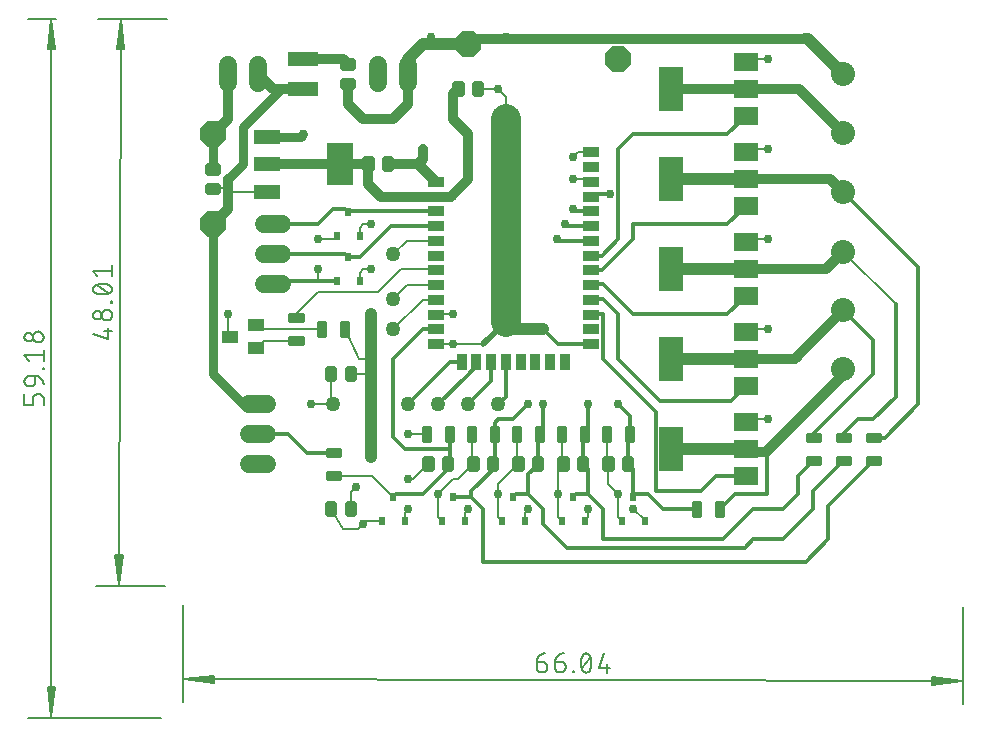
<source format=gbr>
G04 EAGLE Gerber RS-274X export*
G75*
%MOMM*%
%FSLAX34Y34*%
%LPD*%
%INTop Copper*%
%IPPOS*%
%AMOC8*
5,1,8,0,0,1.08239X$1,22.5*%
G01*
%ADD10C,0.130000*%
%ADD11C,0.152400*%
%ADD12R,1.448000X0.838000*%
%ADD13R,0.838000X1.448000*%
%ADD14P,2.336880X8X22.500000*%
%ADD15R,2.006600X1.498600*%
%ADD16R,2.006600X3.810000*%
%ADD17C,2.032000*%
%ADD18R,2.540000X1.270000*%
%ADD19C,1.508000*%
%ADD20C,0.443700*%
%ADD21C,0.504000*%
%ADD22R,1.400000X1.000000*%
%ADD23C,1.270000*%
%ADD24R,0.600000X0.700000*%
%ADD25P,2.336880X8X202.500000*%
%ADD26R,2.235200X1.219200*%
%ADD27R,2.200000X3.600000*%
%ADD28C,0.812800*%
%ADD29C,0.756400*%
%ADD30C,0.762000*%
%ADD31C,0.203200*%
%ADD32C,0.304800*%
%ADD33C,0.508000*%
%ADD34C,1.016000*%
%ADD35C,2.540000*%


D10*
X0Y96520D02*
X-158Y14172D01*
X660242Y12902D02*
X660400Y95250D01*
X659629Y32404D02*
X529Y33671D01*
X25885Y36815D01*
X25873Y30430D01*
X529Y33671D01*
X25882Y34922D01*
X25877Y32322D02*
X529Y33671D01*
X25884Y36222D01*
X25874Y31022D02*
X529Y33671D01*
X634285Y35645D02*
X659629Y32404D01*
X634285Y35645D02*
X634273Y29260D01*
X659629Y32404D01*
X634282Y33752D01*
X634277Y31152D02*
X659629Y32404D01*
X634284Y35052D01*
X634274Y29852D02*
X659629Y32404D01*
D11*
X304467Y48626D02*
X299049Y48635D01*
X304467Y48625D02*
X304585Y48623D01*
X304704Y48617D01*
X304821Y48607D01*
X304939Y48593D01*
X305056Y48576D01*
X305172Y48554D01*
X305287Y48529D01*
X305402Y48500D01*
X305516Y48468D01*
X305628Y48431D01*
X305739Y48391D01*
X305849Y48348D01*
X305957Y48300D01*
X306064Y48250D01*
X306169Y48196D01*
X306272Y48138D01*
X306374Y48077D01*
X306473Y48013D01*
X306570Y47945D01*
X306665Y47875D01*
X306757Y47801D01*
X306847Y47724D01*
X306935Y47645D01*
X307020Y47563D01*
X307102Y47478D01*
X307181Y47390D01*
X307257Y47300D01*
X307330Y47207D01*
X307401Y47112D01*
X307468Y47014D01*
X307532Y46915D01*
X307592Y46814D01*
X307649Y46710D01*
X307703Y46605D01*
X307754Y46498D01*
X307800Y46389D01*
X307844Y46279D01*
X307883Y46168D01*
X307919Y46055D01*
X307952Y45942D01*
X307980Y45827D01*
X308005Y45712D01*
X308026Y45595D01*
X308043Y45478D01*
X308056Y45361D01*
X308066Y45243D01*
X308071Y45125D01*
X308073Y45007D01*
X308072Y44104D01*
X308070Y43970D01*
X308064Y43837D01*
X308053Y43703D01*
X308039Y43570D01*
X308021Y43437D01*
X307999Y43305D01*
X307974Y43174D01*
X307944Y43044D01*
X307910Y42914D01*
X307873Y42785D01*
X307832Y42658D01*
X307787Y42532D01*
X307738Y42407D01*
X307686Y42284D01*
X307630Y42163D01*
X307570Y42043D01*
X307507Y41925D01*
X307440Y41809D01*
X307370Y41695D01*
X307297Y41583D01*
X307221Y41473D01*
X307141Y41365D01*
X307058Y41260D01*
X306972Y41158D01*
X306883Y41058D01*
X306791Y40961D01*
X306696Y40866D01*
X306598Y40775D01*
X306498Y40686D01*
X306395Y40600D01*
X306290Y40518D01*
X306182Y40438D01*
X306072Y40362D01*
X305960Y40289D01*
X305846Y40220D01*
X305729Y40153D01*
X305611Y40091D01*
X305491Y40032D01*
X305369Y39976D01*
X305246Y39924D01*
X305121Y39876D01*
X304995Y39831D01*
X304867Y39791D01*
X304739Y39754D01*
X304609Y39720D01*
X304478Y39691D01*
X304347Y39666D01*
X304215Y39644D01*
X304082Y39627D01*
X303949Y39613D01*
X303816Y39603D01*
X303682Y39598D01*
X303548Y39596D01*
X303414Y39598D01*
X303281Y39604D01*
X303147Y39615D01*
X303014Y39629D01*
X302881Y39647D01*
X302749Y39669D01*
X302618Y39694D01*
X302488Y39724D01*
X302358Y39758D01*
X302230Y39795D01*
X302102Y39836D01*
X301976Y39881D01*
X301851Y39930D01*
X301728Y39982D01*
X301607Y40038D01*
X301487Y40098D01*
X301369Y40161D01*
X301253Y40228D01*
X301139Y40297D01*
X301027Y40371D01*
X300917Y40447D01*
X300809Y40527D01*
X300704Y40610D01*
X300602Y40696D01*
X300502Y40785D01*
X300405Y40877D01*
X300310Y40972D01*
X300219Y41070D01*
X300130Y41170D01*
X300044Y41273D01*
X299962Y41378D01*
X299882Y41486D01*
X299806Y41596D01*
X299733Y41708D01*
X299664Y41822D01*
X299597Y41939D01*
X299535Y42057D01*
X299476Y42177D01*
X299420Y42299D01*
X299368Y42422D01*
X299320Y42547D01*
X299275Y42673D01*
X299235Y42801D01*
X299198Y42929D01*
X299165Y43059D01*
X299135Y43189D01*
X299110Y43321D01*
X299088Y43453D01*
X299071Y43586D01*
X299057Y43719D01*
X299047Y43852D01*
X299042Y43986D01*
X299040Y44120D01*
X299041Y44120D02*
X299049Y48635D01*
X299048Y48636D02*
X299050Y48810D01*
X299057Y48985D01*
X299068Y49159D01*
X299083Y49333D01*
X299102Y49506D01*
X299126Y49679D01*
X299153Y49852D01*
X299185Y50023D01*
X299221Y50194D01*
X299261Y50364D01*
X299305Y50533D01*
X299353Y50701D01*
X299406Y50868D01*
X299462Y51033D01*
X299522Y51197D01*
X299586Y51359D01*
X299654Y51520D01*
X299726Y51679D01*
X299802Y51836D01*
X299881Y51992D01*
X299965Y52145D01*
X300052Y52297D01*
X300142Y52446D01*
X300236Y52593D01*
X300334Y52738D01*
X300435Y52880D01*
X300540Y53020D01*
X300648Y53157D01*
X300759Y53292D01*
X300873Y53423D01*
X300991Y53553D01*
X301112Y53679D01*
X301235Y53802D01*
X301362Y53922D01*
X301491Y54039D01*
X301624Y54153D01*
X301759Y54264D01*
X301896Y54371D01*
X302036Y54476D01*
X302179Y54576D01*
X302324Y54673D01*
X302472Y54767D01*
X302621Y54857D01*
X302773Y54944D01*
X302927Y55026D01*
X303082Y55105D01*
X303240Y55180D01*
X303399Y55252D01*
X303560Y55319D01*
X303723Y55383D01*
X303887Y55443D01*
X304052Y55498D01*
X304219Y55550D01*
X304387Y55598D01*
X304556Y55641D01*
X304726Y55680D01*
X304897Y55716D01*
X305069Y55747D01*
X305242Y55774D01*
X305415Y55797D01*
X305588Y55815D01*
X305762Y55830D01*
X305937Y55840D01*
X306111Y55846D01*
X306286Y55848D01*
X314680Y48608D02*
X320098Y48598D01*
X320216Y48596D01*
X320335Y48590D01*
X320452Y48580D01*
X320570Y48566D01*
X320687Y48549D01*
X320803Y48527D01*
X320918Y48502D01*
X321033Y48473D01*
X321147Y48441D01*
X321259Y48404D01*
X321370Y48364D01*
X321480Y48321D01*
X321588Y48273D01*
X321695Y48223D01*
X321800Y48169D01*
X321903Y48111D01*
X322005Y48050D01*
X322104Y47986D01*
X322201Y47918D01*
X322296Y47848D01*
X322388Y47774D01*
X322478Y47697D01*
X322566Y47618D01*
X322651Y47536D01*
X322733Y47451D01*
X322812Y47363D01*
X322888Y47273D01*
X322961Y47180D01*
X323032Y47085D01*
X323099Y46987D01*
X323163Y46888D01*
X323223Y46787D01*
X323280Y46683D01*
X323334Y46578D01*
X323385Y46471D01*
X323431Y46362D01*
X323475Y46252D01*
X323514Y46141D01*
X323550Y46028D01*
X323583Y45915D01*
X323611Y45800D01*
X323636Y45685D01*
X323657Y45568D01*
X323674Y45451D01*
X323687Y45334D01*
X323697Y45216D01*
X323702Y45098D01*
X323704Y44980D01*
X323703Y44077D01*
X323701Y43943D01*
X323695Y43810D01*
X323684Y43676D01*
X323670Y43543D01*
X323652Y43410D01*
X323630Y43278D01*
X323605Y43147D01*
X323575Y43017D01*
X323541Y42887D01*
X323504Y42758D01*
X323463Y42631D01*
X323418Y42505D01*
X323369Y42380D01*
X323317Y42257D01*
X323261Y42136D01*
X323201Y42016D01*
X323138Y41898D01*
X323071Y41782D01*
X323001Y41668D01*
X322928Y41556D01*
X322852Y41446D01*
X322772Y41338D01*
X322689Y41233D01*
X322603Y41131D01*
X322514Y41031D01*
X322422Y40934D01*
X322327Y40839D01*
X322229Y40748D01*
X322129Y40659D01*
X322026Y40573D01*
X321921Y40491D01*
X321813Y40411D01*
X321703Y40335D01*
X321591Y40262D01*
X321477Y40193D01*
X321360Y40126D01*
X321242Y40064D01*
X321122Y40005D01*
X321000Y39949D01*
X320877Y39897D01*
X320752Y39849D01*
X320626Y39804D01*
X320498Y39764D01*
X320370Y39727D01*
X320240Y39693D01*
X320109Y39664D01*
X319978Y39639D01*
X319846Y39617D01*
X319713Y39600D01*
X319580Y39586D01*
X319447Y39576D01*
X319313Y39571D01*
X319179Y39569D01*
X319045Y39571D01*
X318912Y39577D01*
X318778Y39588D01*
X318645Y39602D01*
X318512Y39620D01*
X318380Y39642D01*
X318249Y39667D01*
X318119Y39697D01*
X317989Y39731D01*
X317861Y39768D01*
X317733Y39809D01*
X317607Y39854D01*
X317482Y39903D01*
X317359Y39955D01*
X317238Y40011D01*
X317118Y40071D01*
X317000Y40134D01*
X316884Y40201D01*
X316770Y40270D01*
X316658Y40344D01*
X316548Y40420D01*
X316440Y40500D01*
X316335Y40583D01*
X316233Y40669D01*
X316133Y40758D01*
X316036Y40850D01*
X315941Y40945D01*
X315850Y41043D01*
X315761Y41143D01*
X315675Y41246D01*
X315593Y41351D01*
X315513Y41459D01*
X315437Y41569D01*
X315364Y41681D01*
X315295Y41795D01*
X315228Y41912D01*
X315166Y42030D01*
X315107Y42150D01*
X315051Y42272D01*
X314999Y42395D01*
X314951Y42520D01*
X314906Y42646D01*
X314866Y42774D01*
X314829Y42902D01*
X314796Y43032D01*
X314766Y43162D01*
X314741Y43294D01*
X314719Y43426D01*
X314702Y43559D01*
X314688Y43692D01*
X314678Y43825D01*
X314673Y43959D01*
X314671Y44093D01*
X314672Y44092D02*
X314680Y48608D01*
X314682Y48782D01*
X314689Y48957D01*
X314700Y49131D01*
X314715Y49305D01*
X314734Y49478D01*
X314758Y49651D01*
X314785Y49824D01*
X314817Y49995D01*
X314853Y50166D01*
X314893Y50336D01*
X314937Y50505D01*
X314985Y50673D01*
X315038Y50840D01*
X315094Y51005D01*
X315154Y51169D01*
X315218Y51331D01*
X315286Y51492D01*
X315358Y51651D01*
X315434Y51808D01*
X315513Y51964D01*
X315597Y52117D01*
X315684Y52269D01*
X315774Y52418D01*
X315868Y52565D01*
X315966Y52710D01*
X316067Y52852D01*
X316172Y52992D01*
X316280Y53129D01*
X316391Y53264D01*
X316505Y53395D01*
X316623Y53525D01*
X316744Y53651D01*
X316867Y53774D01*
X316994Y53894D01*
X317123Y54011D01*
X317256Y54125D01*
X317391Y54236D01*
X317528Y54343D01*
X317668Y54448D01*
X317811Y54548D01*
X317956Y54645D01*
X318104Y54739D01*
X318253Y54829D01*
X318405Y54916D01*
X318559Y54998D01*
X318714Y55077D01*
X318872Y55152D01*
X319031Y55224D01*
X319192Y55291D01*
X319355Y55355D01*
X319519Y55415D01*
X319684Y55470D01*
X319851Y55522D01*
X320019Y55570D01*
X320188Y55613D01*
X320358Y55652D01*
X320529Y55688D01*
X320701Y55719D01*
X320874Y55746D01*
X321047Y55769D01*
X321220Y55787D01*
X321394Y55802D01*
X321569Y55812D01*
X321743Y55818D01*
X321918Y55820D01*
X329671Y40454D02*
X329670Y39551D01*
X329671Y40454D02*
X330574Y40452D01*
X330573Y39549D01*
X329670Y39551D01*
X336562Y47666D02*
X336566Y47986D01*
X336578Y48306D01*
X336598Y48625D01*
X336625Y48943D01*
X336660Y49261D01*
X336703Y49578D01*
X336753Y49894D01*
X336810Y50209D01*
X336875Y50522D01*
X336947Y50833D01*
X337027Y51143D01*
X337115Y51451D01*
X337209Y51756D01*
X337311Y52059D01*
X337420Y52360D01*
X337536Y52658D01*
X337659Y52953D01*
X337790Y53245D01*
X337927Y53534D01*
X337926Y53534D02*
X337966Y53642D01*
X338009Y53749D01*
X338056Y53854D01*
X338106Y53958D01*
X338160Y54059D01*
X338217Y54159D01*
X338278Y54257D01*
X338342Y54353D01*
X338410Y54446D01*
X338480Y54537D01*
X338554Y54625D01*
X338630Y54711D01*
X338710Y54795D01*
X338792Y54875D01*
X338877Y54953D01*
X338965Y55027D01*
X339055Y55099D01*
X339148Y55167D01*
X339243Y55232D01*
X339340Y55294D01*
X339439Y55352D01*
X339540Y55407D01*
X339643Y55459D01*
X339748Y55507D01*
X339854Y55551D01*
X339962Y55592D01*
X340071Y55628D01*
X340181Y55661D01*
X340293Y55691D01*
X340405Y55716D01*
X340518Y55738D01*
X340632Y55755D01*
X340746Y55769D01*
X340861Y55778D01*
X340976Y55784D01*
X341091Y55786D01*
X341092Y55786D02*
X341207Y55784D01*
X341322Y55778D01*
X341437Y55768D01*
X341551Y55754D01*
X341664Y55736D01*
X341778Y55714D01*
X341890Y55688D01*
X342001Y55658D01*
X342111Y55625D01*
X342220Y55588D01*
X342328Y55547D01*
X342434Y55502D01*
X342538Y55454D01*
X342641Y55402D01*
X342742Y55347D01*
X342841Y55288D01*
X342938Y55226D01*
X343033Y55160D01*
X343125Y55092D01*
X343215Y55020D01*
X343302Y54945D01*
X343387Y54867D01*
X343469Y54786D01*
X343549Y54703D01*
X343625Y54617D01*
X343698Y54528D01*
X343768Y54437D01*
X343835Y54343D01*
X343899Y54247D01*
X343960Y54149D01*
X344017Y54049D01*
X344070Y53947D01*
X344120Y53844D01*
X344167Y53738D01*
X344209Y53631D01*
X344248Y53523D01*
X344249Y53523D02*
X344385Y53234D01*
X344514Y52941D01*
X344636Y52646D01*
X344751Y52348D01*
X344859Y52047D01*
X344960Y51743D01*
X345054Y51437D01*
X345140Y51129D01*
X345219Y50819D01*
X345290Y50508D01*
X345354Y50194D01*
X345410Y49879D01*
X345459Y49563D01*
X345500Y49246D01*
X345534Y48928D01*
X345560Y48609D01*
X345579Y48290D01*
X345590Y47971D01*
X345593Y47651D01*
X336562Y47667D02*
X336565Y47347D01*
X336576Y47027D01*
X336595Y46708D01*
X336621Y46389D01*
X336655Y46071D01*
X336696Y45754D01*
X336745Y45438D01*
X336801Y45123D01*
X336865Y44810D01*
X336936Y44498D01*
X337015Y44188D01*
X337101Y43880D01*
X337195Y43574D01*
X337296Y43271D01*
X337404Y42970D01*
X337519Y42671D01*
X337641Y42376D01*
X337770Y42083D01*
X337906Y41794D01*
X337907Y41794D02*
X337946Y41686D01*
X337988Y41579D01*
X338035Y41473D01*
X338085Y41370D01*
X338138Y41268D01*
X338195Y41168D01*
X338256Y41070D01*
X338320Y40974D01*
X338387Y40880D01*
X338457Y40789D01*
X338530Y40700D01*
X338606Y40614D01*
X338686Y40531D01*
X338768Y40450D01*
X338853Y40372D01*
X338940Y40297D01*
X339030Y40225D01*
X339122Y40157D01*
X339217Y40091D01*
X339314Y40029D01*
X339413Y39970D01*
X339514Y39915D01*
X339617Y39863D01*
X339721Y39815D01*
X339827Y39770D01*
X339935Y39729D01*
X340044Y39692D01*
X340154Y39659D01*
X340265Y39629D01*
X340377Y39603D01*
X340491Y39581D01*
X340604Y39563D01*
X340718Y39549D01*
X340833Y39539D01*
X340948Y39533D01*
X341063Y39531D01*
X344227Y41783D02*
X344364Y42072D01*
X344495Y42364D01*
X344618Y42659D01*
X344734Y42957D01*
X344843Y43258D01*
X344945Y43561D01*
X345039Y43866D01*
X345127Y44174D01*
X345207Y44484D01*
X345279Y44795D01*
X345344Y45108D01*
X345401Y45423D01*
X345451Y45739D01*
X345494Y46056D01*
X345529Y46374D01*
X345556Y46692D01*
X345576Y47011D01*
X345588Y47331D01*
X345592Y47651D01*
X344228Y41783D02*
X344188Y41675D01*
X344145Y41568D01*
X344098Y41463D01*
X344048Y41359D01*
X343994Y41258D01*
X343937Y41158D01*
X343876Y41060D01*
X343812Y40964D01*
X343744Y40871D01*
X343674Y40780D01*
X343600Y40691D01*
X343524Y40606D01*
X343444Y40522D01*
X343362Y40442D01*
X343277Y40364D01*
X343189Y40290D01*
X343099Y40218D01*
X343006Y40150D01*
X342911Y40085D01*
X342814Y40023D01*
X342715Y39965D01*
X342614Y39910D01*
X342511Y39858D01*
X342406Y39810D01*
X342300Y39766D01*
X342192Y39725D01*
X342083Y39689D01*
X341973Y39656D01*
X341861Y39626D01*
X341749Y39601D01*
X341636Y39579D01*
X341522Y39562D01*
X341408Y39548D01*
X341293Y39539D01*
X341178Y39533D01*
X341063Y39531D01*
X337457Y43149D02*
X344698Y52168D01*
X355819Y55761D02*
X352185Y43124D01*
X361216Y43108D01*
X358513Y46725D02*
X358500Y39500D01*
D10*
X-15240Y113030D02*
X-73824Y113185D01*
X-72554Y593245D02*
X-13970Y593090D01*
X-53056Y592543D02*
X-54322Y113783D01*
X-57448Y139142D01*
X-51063Y139125D01*
X-54322Y113783D01*
X-55555Y139137D01*
X-52955Y139130D02*
X-54322Y113783D01*
X-56855Y139140D01*
X-51655Y139126D02*
X-54322Y113783D01*
X-56315Y567202D02*
X-53056Y592543D01*
X-56315Y567202D02*
X-49931Y567185D01*
X-53056Y592543D01*
X-54423Y567197D01*
X-51823Y567190D02*
X-53056Y592543D01*
X-55723Y567200D01*
X-50523Y567187D02*
X-53056Y592543D01*
D11*
X-76521Y325792D02*
X-63890Y322135D01*
X-63858Y331166D01*
X-60256Y328444D02*
X-67480Y328470D01*
X-64739Y337769D02*
X-64873Y337771D01*
X-65006Y337778D01*
X-65140Y337788D01*
X-65273Y337803D01*
X-65405Y337821D01*
X-65537Y337843D01*
X-65669Y337869D01*
X-65799Y337899D01*
X-65929Y337933D01*
X-66057Y337971D01*
X-66184Y338012D01*
X-66310Y338057D01*
X-66435Y338106D01*
X-66558Y338159D01*
X-66679Y338215D01*
X-66799Y338275D01*
X-66917Y338338D01*
X-67033Y338405D01*
X-67147Y338475D01*
X-67259Y338548D01*
X-67369Y338625D01*
X-67476Y338705D01*
X-67581Y338788D01*
X-67683Y338874D01*
X-67783Y338964D01*
X-67880Y339056D01*
X-67974Y339151D01*
X-68066Y339248D01*
X-68154Y339349D01*
X-68240Y339452D01*
X-68322Y339557D01*
X-68401Y339665D01*
X-68477Y339775D01*
X-68550Y339888D01*
X-68619Y340002D01*
X-68685Y340119D01*
X-68748Y340237D01*
X-68807Y340357D01*
X-68862Y340479D01*
X-68914Y340602D01*
X-68962Y340727D01*
X-69006Y340854D01*
X-69047Y340981D01*
X-69083Y341110D01*
X-69116Y341240D01*
X-69145Y341370D01*
X-69171Y341502D01*
X-69192Y341634D01*
X-69209Y341767D01*
X-69223Y341900D01*
X-69232Y342033D01*
X-69237Y342167D01*
X-69239Y342301D01*
X-69237Y342435D01*
X-69230Y342568D01*
X-69220Y342702D01*
X-69205Y342835D01*
X-69187Y342967D01*
X-69165Y343099D01*
X-69139Y343231D01*
X-69109Y343361D01*
X-69075Y343491D01*
X-69037Y343619D01*
X-68996Y343746D01*
X-68951Y343872D01*
X-68902Y343997D01*
X-68849Y344120D01*
X-68793Y344241D01*
X-68733Y344361D01*
X-68670Y344479D01*
X-68603Y344595D01*
X-68533Y344709D01*
X-68460Y344821D01*
X-68383Y344931D01*
X-68303Y345038D01*
X-68220Y345143D01*
X-68134Y345245D01*
X-68044Y345345D01*
X-67952Y345442D01*
X-67857Y345536D01*
X-67760Y345628D01*
X-67659Y345716D01*
X-67556Y345802D01*
X-67451Y345884D01*
X-67343Y345963D01*
X-67233Y346039D01*
X-67120Y346112D01*
X-67006Y346181D01*
X-66889Y346247D01*
X-66771Y346310D01*
X-66651Y346369D01*
X-66529Y346424D01*
X-66406Y346476D01*
X-66281Y346524D01*
X-66154Y346568D01*
X-66027Y346609D01*
X-65898Y346645D01*
X-65768Y346678D01*
X-65638Y346707D01*
X-65506Y346733D01*
X-65374Y346754D01*
X-65241Y346771D01*
X-65108Y346785D01*
X-64975Y346794D01*
X-64841Y346799D01*
X-64707Y346801D01*
X-64575Y346799D01*
X-64442Y346792D01*
X-64310Y346782D01*
X-64178Y346768D01*
X-64047Y346750D01*
X-63916Y346728D01*
X-63786Y346703D01*
X-63657Y346673D01*
X-63528Y346640D01*
X-63401Y346603D01*
X-63275Y346562D01*
X-63150Y346518D01*
X-63026Y346470D01*
X-62904Y346419D01*
X-62784Y346363D01*
X-62665Y346305D01*
X-62548Y346242D01*
X-62432Y346177D01*
X-62319Y346108D01*
X-62208Y346036D01*
X-62099Y345960D01*
X-61992Y345882D01*
X-61888Y345800D01*
X-61786Y345715D01*
X-61686Y345628D01*
X-61589Y345537D01*
X-61495Y345444D01*
X-61404Y345347D01*
X-61316Y345249D01*
X-61230Y345147D01*
X-61147Y345044D01*
X-61068Y344937D01*
X-60992Y344829D01*
X-60919Y344718D01*
X-60849Y344606D01*
X-60782Y344491D01*
X-60719Y344374D01*
X-60660Y344256D01*
X-60604Y344136D01*
X-60551Y344014D01*
X-60502Y343891D01*
X-60457Y343766D01*
X-60415Y343640D01*
X-60377Y343513D01*
X-60343Y343385D01*
X-60313Y343256D01*
X-60286Y343126D01*
X-60263Y342996D01*
X-60244Y342864D01*
X-60229Y342733D01*
X-60218Y342600D01*
X-60211Y342468D01*
X-60207Y342336D01*
X-60208Y342203D01*
X-60212Y342070D01*
X-60220Y341938D01*
X-60232Y341806D01*
X-60248Y341674D01*
X-60268Y341543D01*
X-60292Y341413D01*
X-60320Y341283D01*
X-60351Y341154D01*
X-60386Y341026D01*
X-60425Y340900D01*
X-60467Y340774D01*
X-60513Y340650D01*
X-60563Y340527D01*
X-60617Y340406D01*
X-60674Y340286D01*
X-60734Y340168D01*
X-60798Y340052D01*
X-60865Y339937D01*
X-60936Y339825D01*
X-61010Y339715D01*
X-61087Y339607D01*
X-61167Y339502D01*
X-61250Y339398D01*
X-61336Y339298D01*
X-61425Y339199D01*
X-61517Y339104D01*
X-61612Y339011D01*
X-61710Y338921D01*
X-61810Y338834D01*
X-61912Y338750D01*
X-62017Y338669D01*
X-62125Y338591D01*
X-62234Y338517D01*
X-62346Y338445D01*
X-62460Y338377D01*
X-62575Y338312D01*
X-62693Y338251D01*
X-62812Y338193D01*
X-62933Y338139D01*
X-63055Y338088D01*
X-63179Y338041D01*
X-63305Y337998D01*
X-63431Y337958D01*
X-63559Y337922D01*
X-63687Y337889D01*
X-63817Y337861D01*
X-63947Y337836D01*
X-64078Y337815D01*
X-64210Y337798D01*
X-64341Y337785D01*
X-64474Y337776D01*
X-64606Y337771D01*
X-64739Y337769D01*
X-72864Y338701D02*
X-72983Y338703D01*
X-73102Y338710D01*
X-73221Y338720D01*
X-73340Y338734D01*
X-73458Y338752D01*
X-73575Y338774D01*
X-73692Y338800D01*
X-73808Y338830D01*
X-73922Y338864D01*
X-74036Y338901D01*
X-74148Y338942D01*
X-74259Y338987D01*
X-74368Y339035D01*
X-74475Y339087D01*
X-74581Y339142D01*
X-74685Y339201D01*
X-74787Y339264D01*
X-74887Y339329D01*
X-74984Y339398D01*
X-75079Y339470D01*
X-75172Y339546D01*
X-75262Y339624D01*
X-75350Y339705D01*
X-75435Y339789D01*
X-75517Y339876D01*
X-75596Y339965D01*
X-75672Y340057D01*
X-75745Y340152D01*
X-75815Y340249D01*
X-75882Y340348D01*
X-75945Y340449D01*
X-76005Y340553D01*
X-76061Y340658D01*
X-76114Y340765D01*
X-76164Y340874D01*
X-76210Y340984D01*
X-76252Y341096D01*
X-76290Y341209D01*
X-76325Y341323D01*
X-76356Y341439D01*
X-76383Y341555D01*
X-76406Y341672D01*
X-76425Y341790D01*
X-76440Y341908D01*
X-76452Y342027D01*
X-76459Y342146D01*
X-76463Y342266D01*
X-76462Y342385D01*
X-76458Y342505D01*
X-76450Y342624D01*
X-76437Y342743D01*
X-76421Y342861D01*
X-76401Y342979D01*
X-76377Y343096D01*
X-76349Y343212D01*
X-76318Y343327D01*
X-76282Y343441D01*
X-76243Y343554D01*
X-76200Y343665D01*
X-76154Y343775D01*
X-76104Y343884D01*
X-76050Y343991D01*
X-75993Y344095D01*
X-75932Y344198D01*
X-75868Y344299D01*
X-75801Y344398D01*
X-75730Y344494D01*
X-75656Y344588D01*
X-75580Y344680D01*
X-75500Y344769D01*
X-75417Y344855D01*
X-75332Y344938D01*
X-75244Y345019D01*
X-75153Y345097D01*
X-75060Y345171D01*
X-74964Y345243D01*
X-74866Y345311D01*
X-74766Y345376D01*
X-74663Y345437D01*
X-74559Y345496D01*
X-74453Y345550D01*
X-74345Y345602D01*
X-74235Y345649D01*
X-74124Y345693D01*
X-74012Y345733D01*
X-73898Y345770D01*
X-73783Y345803D01*
X-73667Y345832D01*
X-73551Y345857D01*
X-73433Y345878D01*
X-73315Y345895D01*
X-73196Y345908D01*
X-73077Y345918D01*
X-72958Y345923D01*
X-72838Y345925D01*
X-72719Y345923D01*
X-72600Y345916D01*
X-72481Y345906D01*
X-72362Y345892D01*
X-72244Y345874D01*
X-72127Y345852D01*
X-72010Y345826D01*
X-71894Y345796D01*
X-71780Y345762D01*
X-71666Y345725D01*
X-71554Y345684D01*
X-71443Y345639D01*
X-71334Y345591D01*
X-71227Y345539D01*
X-71121Y345484D01*
X-71017Y345425D01*
X-70915Y345362D01*
X-70815Y345297D01*
X-70718Y345228D01*
X-70623Y345156D01*
X-70530Y345080D01*
X-70440Y345002D01*
X-70352Y344921D01*
X-70267Y344837D01*
X-70185Y344750D01*
X-70106Y344661D01*
X-70030Y344569D01*
X-69957Y344474D01*
X-69887Y344377D01*
X-69820Y344278D01*
X-69757Y344177D01*
X-69697Y344073D01*
X-69641Y343968D01*
X-69588Y343861D01*
X-69538Y343752D01*
X-69492Y343642D01*
X-69450Y343530D01*
X-69412Y343417D01*
X-69377Y343303D01*
X-69346Y343187D01*
X-69319Y343071D01*
X-69296Y342954D01*
X-69277Y342836D01*
X-69262Y342718D01*
X-69250Y342599D01*
X-69243Y342480D01*
X-69239Y342360D01*
X-69240Y342241D01*
X-69244Y342121D01*
X-69252Y342002D01*
X-69265Y341883D01*
X-69281Y341765D01*
X-69301Y341647D01*
X-69325Y341530D01*
X-69353Y341414D01*
X-69384Y341299D01*
X-69420Y341185D01*
X-69459Y341072D01*
X-69502Y340961D01*
X-69548Y340851D01*
X-69598Y340742D01*
X-69652Y340635D01*
X-69709Y340531D01*
X-69770Y340428D01*
X-69834Y340327D01*
X-69901Y340228D01*
X-69972Y340132D01*
X-70046Y340038D01*
X-70122Y339946D01*
X-70202Y339857D01*
X-70285Y339771D01*
X-70370Y339688D01*
X-70458Y339607D01*
X-70549Y339529D01*
X-70642Y339455D01*
X-70738Y339383D01*
X-70836Y339315D01*
X-70936Y339250D01*
X-71039Y339189D01*
X-71143Y339130D01*
X-71249Y339076D01*
X-71357Y339024D01*
X-71467Y338977D01*
X-71578Y338933D01*
X-71690Y338893D01*
X-71804Y338856D01*
X-71919Y338823D01*
X-72035Y338794D01*
X-72151Y338769D01*
X-72269Y338748D01*
X-72387Y338731D01*
X-72506Y338718D01*
X-72625Y338708D01*
X-72744Y338703D01*
X-72864Y338701D01*
X-61074Y352763D02*
X-60171Y352759D01*
X-61074Y352763D02*
X-61071Y353666D01*
X-60167Y353663D01*
X-60171Y352759D01*
X-68274Y359666D02*
X-68594Y359671D01*
X-68914Y359684D01*
X-69233Y359704D01*
X-69551Y359732D01*
X-69869Y359767D01*
X-70186Y359810D01*
X-70502Y359860D01*
X-70816Y359918D01*
X-71129Y359984D01*
X-71441Y360057D01*
X-71750Y360137D01*
X-72058Y360225D01*
X-72363Y360320D01*
X-72666Y360423D01*
X-72967Y360532D01*
X-73264Y360649D01*
X-73559Y360773D01*
X-73851Y360904D01*
X-74140Y361041D01*
X-74248Y361081D01*
X-74354Y361124D01*
X-74459Y361171D01*
X-74563Y361222D01*
X-74665Y361276D01*
X-74764Y361333D01*
X-74862Y361394D01*
X-74957Y361458D01*
X-75051Y361526D01*
X-75142Y361597D01*
X-75230Y361670D01*
X-75316Y361747D01*
X-75399Y361827D01*
X-75479Y361909D01*
X-75556Y361995D01*
X-75631Y362082D01*
X-75702Y362173D01*
X-75770Y362266D01*
X-75835Y362361D01*
X-75897Y362458D01*
X-75955Y362557D01*
X-76010Y362658D01*
X-76061Y362761D01*
X-76109Y362866D01*
X-76153Y362973D01*
X-76194Y363080D01*
X-76230Y363190D01*
X-76263Y363300D01*
X-76292Y363411D01*
X-76317Y363524D01*
X-76339Y363637D01*
X-76356Y363751D01*
X-76369Y363865D01*
X-76379Y363980D01*
X-76384Y364095D01*
X-76386Y364210D01*
X-76387Y364210D02*
X-76385Y364325D01*
X-76378Y364440D01*
X-76368Y364554D01*
X-76354Y364669D01*
X-76335Y364782D01*
X-76313Y364895D01*
X-76287Y365008D01*
X-76258Y365119D01*
X-76224Y365229D01*
X-76187Y365338D01*
X-76145Y365445D01*
X-76101Y365552D01*
X-76052Y365656D01*
X-76000Y365759D01*
X-75945Y365860D01*
X-75886Y365959D01*
X-75823Y366055D01*
X-75758Y366150D01*
X-75689Y366242D01*
X-75617Y366332D01*
X-75542Y366419D01*
X-75464Y366504D01*
X-75383Y366586D01*
X-75299Y366665D01*
X-75213Y366741D01*
X-75124Y366815D01*
X-75033Y366885D01*
X-74939Y366952D01*
X-74843Y367015D01*
X-74745Y367075D01*
X-74645Y367132D01*
X-74543Y367186D01*
X-74439Y367236D01*
X-74333Y367282D01*
X-74226Y367324D01*
X-74118Y367363D01*
X-73829Y367498D01*
X-73536Y367627D01*
X-73240Y367749D01*
X-72941Y367864D01*
X-72640Y367971D01*
X-72337Y368071D01*
X-72031Y368164D01*
X-71722Y368250D01*
X-71412Y368328D01*
X-71100Y368399D01*
X-70787Y368462D01*
X-70472Y368518D01*
X-70156Y368566D01*
X-69839Y368607D01*
X-69521Y368640D01*
X-69202Y368666D01*
X-68883Y368684D01*
X-68563Y368694D01*
X-68243Y368697D01*
X-68275Y359666D02*
X-67955Y359669D01*
X-67635Y359679D01*
X-67316Y359697D01*
X-66997Y359723D01*
X-66679Y359756D01*
X-66362Y359797D01*
X-66046Y359845D01*
X-65731Y359901D01*
X-65418Y359964D01*
X-65106Y360035D01*
X-64796Y360113D01*
X-64487Y360199D01*
X-64181Y360292D01*
X-63878Y360392D01*
X-63577Y360499D01*
X-63278Y360614D01*
X-62982Y360736D01*
X-62690Y360865D01*
X-62400Y361000D01*
X-62399Y360999D02*
X-62291Y361038D01*
X-62184Y361080D01*
X-62078Y361127D01*
X-61974Y361176D01*
X-61872Y361230D01*
X-61772Y361287D01*
X-61674Y361347D01*
X-61578Y361410D01*
X-61484Y361477D01*
X-61393Y361547D01*
X-61304Y361621D01*
X-61218Y361697D01*
X-61134Y361776D01*
X-61053Y361858D01*
X-60975Y361943D01*
X-60900Y362030D01*
X-60828Y362120D01*
X-60759Y362212D01*
X-60694Y362307D01*
X-60631Y362403D01*
X-60572Y362502D01*
X-60517Y362603D01*
X-60465Y362706D01*
X-60416Y362810D01*
X-60372Y362917D01*
X-60330Y363024D01*
X-60293Y363133D01*
X-60259Y363243D01*
X-60230Y363354D01*
X-60204Y363467D01*
X-60182Y363580D01*
X-60163Y363693D01*
X-60149Y363808D01*
X-60139Y363922D01*
X-60132Y364037D01*
X-60130Y364152D01*
X-62378Y367321D02*
X-62667Y367459D01*
X-62958Y367589D01*
X-63253Y367713D01*
X-63551Y367830D01*
X-63851Y367939D01*
X-64154Y368042D01*
X-64460Y368137D01*
X-64767Y368225D01*
X-65077Y368305D01*
X-65388Y368378D01*
X-65701Y368443D01*
X-66016Y368502D01*
X-66331Y368552D01*
X-66648Y368595D01*
X-66966Y368630D01*
X-67285Y368658D01*
X-67604Y368678D01*
X-67923Y368691D01*
X-68243Y368696D01*
X-62377Y367322D02*
X-62269Y367282D01*
X-62162Y367239D01*
X-62057Y367192D01*
X-61954Y367141D01*
X-61852Y367087D01*
X-61752Y367030D01*
X-61655Y366969D01*
X-61559Y366904D01*
X-61466Y366837D01*
X-61375Y366766D01*
X-61286Y366692D01*
X-61201Y366615D01*
X-61117Y366536D01*
X-61037Y366453D01*
X-60960Y366368D01*
X-60885Y366280D01*
X-60814Y366190D01*
X-60746Y366097D01*
X-60681Y366002D01*
X-60619Y365905D01*
X-60561Y365805D01*
X-60506Y365704D01*
X-60455Y365601D01*
X-60407Y365496D01*
X-60363Y365390D01*
X-60323Y365282D01*
X-60286Y365173D01*
X-60253Y365062D01*
X-60224Y364951D01*
X-60199Y364839D01*
X-60177Y364725D01*
X-60160Y364612D01*
X-60147Y364497D01*
X-60137Y364382D01*
X-60132Y364267D01*
X-60130Y364152D01*
X-63756Y360553D02*
X-72762Y367809D01*
X-72735Y375312D02*
X-76332Y379841D01*
X-60076Y379784D01*
X-60060Y384299D02*
X-60092Y375268D01*
D10*
X-19050Y1270D02*
X-131260Y1270D01*
X-131260Y593090D02*
X-107950Y593090D01*
X-111760Y592440D02*
X-111760Y1920D01*
X-114952Y27270D01*
X-108568Y27270D01*
X-111760Y1920D01*
X-113060Y27270D01*
X-110460Y27270D02*
X-111760Y1920D01*
X-114360Y27270D01*
X-109160Y27270D02*
X-111760Y1920D01*
X-114952Y567090D02*
X-111760Y592440D01*
X-114952Y567090D02*
X-108568Y567090D01*
X-111760Y592440D01*
X-113060Y567090D01*
X-110460Y567090D02*
X-111760Y592440D01*
X-114360Y567090D01*
X-109160Y567090D02*
X-111760Y592440D01*
D11*
X-118267Y271540D02*
X-118267Y266121D01*
X-118267Y271540D02*
X-118269Y271658D01*
X-118275Y271776D01*
X-118284Y271894D01*
X-118298Y272011D01*
X-118315Y272128D01*
X-118336Y272245D01*
X-118361Y272360D01*
X-118390Y272475D01*
X-118423Y272589D01*
X-118459Y272701D01*
X-118499Y272812D01*
X-118542Y272922D01*
X-118589Y273031D01*
X-118639Y273138D01*
X-118694Y273243D01*
X-118751Y273346D01*
X-118812Y273447D01*
X-118876Y273547D01*
X-118943Y273644D01*
X-119013Y273739D01*
X-119087Y273831D01*
X-119163Y273922D01*
X-119243Y274009D01*
X-119325Y274094D01*
X-119410Y274176D01*
X-119497Y274256D01*
X-119588Y274332D01*
X-119680Y274406D01*
X-119775Y274476D01*
X-119872Y274543D01*
X-119972Y274607D01*
X-120073Y274668D01*
X-120176Y274725D01*
X-120281Y274780D01*
X-120388Y274830D01*
X-120497Y274877D01*
X-120607Y274920D01*
X-120718Y274960D01*
X-120830Y274996D01*
X-120944Y275029D01*
X-121059Y275058D01*
X-121174Y275083D01*
X-121291Y275104D01*
X-121408Y275121D01*
X-121525Y275135D01*
X-121643Y275144D01*
X-121761Y275150D01*
X-121879Y275152D01*
X-123686Y275152D01*
X-123804Y275150D01*
X-123922Y275144D01*
X-124040Y275135D01*
X-124157Y275121D01*
X-124274Y275104D01*
X-124391Y275083D01*
X-124506Y275058D01*
X-124621Y275029D01*
X-124735Y274996D01*
X-124847Y274960D01*
X-124958Y274920D01*
X-125068Y274877D01*
X-125177Y274830D01*
X-125284Y274780D01*
X-125389Y274725D01*
X-125492Y274668D01*
X-125593Y274607D01*
X-125693Y274543D01*
X-125790Y274476D01*
X-125885Y274406D01*
X-125977Y274332D01*
X-126068Y274256D01*
X-126155Y274176D01*
X-126240Y274094D01*
X-126322Y274009D01*
X-126402Y273922D01*
X-126478Y273831D01*
X-126552Y273739D01*
X-126622Y273644D01*
X-126689Y273547D01*
X-126753Y273447D01*
X-126814Y273346D01*
X-126871Y273243D01*
X-126926Y273138D01*
X-126976Y273031D01*
X-127023Y272922D01*
X-127066Y272812D01*
X-127106Y272701D01*
X-127142Y272589D01*
X-127175Y272475D01*
X-127204Y272360D01*
X-127229Y272245D01*
X-127250Y272128D01*
X-127267Y272011D01*
X-127281Y271894D01*
X-127290Y271776D01*
X-127296Y271658D01*
X-127298Y271540D01*
X-127298Y266121D01*
X-134523Y266121D01*
X-134523Y275152D01*
X-125492Y285365D02*
X-125492Y290784D01*
X-125492Y285365D02*
X-125494Y285247D01*
X-125500Y285129D01*
X-125509Y285011D01*
X-125523Y284894D01*
X-125540Y284777D01*
X-125561Y284660D01*
X-125586Y284545D01*
X-125615Y284430D01*
X-125648Y284316D01*
X-125684Y284204D01*
X-125724Y284093D01*
X-125767Y283983D01*
X-125814Y283874D01*
X-125864Y283767D01*
X-125919Y283662D01*
X-125976Y283559D01*
X-126037Y283458D01*
X-126101Y283358D01*
X-126168Y283261D01*
X-126238Y283166D01*
X-126312Y283074D01*
X-126388Y282983D01*
X-126468Y282896D01*
X-126550Y282811D01*
X-126635Y282729D01*
X-126722Y282649D01*
X-126813Y282573D01*
X-126905Y282499D01*
X-127000Y282429D01*
X-127097Y282362D01*
X-127197Y282298D01*
X-127298Y282237D01*
X-127401Y282180D01*
X-127506Y282125D01*
X-127613Y282075D01*
X-127722Y282028D01*
X-127832Y281985D01*
X-127943Y281945D01*
X-128055Y281909D01*
X-128169Y281876D01*
X-128284Y281847D01*
X-128399Y281822D01*
X-128516Y281801D01*
X-128633Y281784D01*
X-128750Y281770D01*
X-128868Y281761D01*
X-128986Y281755D01*
X-129104Y281753D01*
X-130007Y281753D01*
X-130007Y281752D02*
X-130140Y281754D01*
X-130272Y281760D01*
X-130404Y281770D01*
X-130536Y281783D01*
X-130668Y281801D01*
X-130798Y281822D01*
X-130929Y281847D01*
X-131058Y281876D01*
X-131186Y281909D01*
X-131314Y281945D01*
X-131440Y281985D01*
X-131565Y282029D01*
X-131689Y282077D01*
X-131811Y282128D01*
X-131932Y282183D01*
X-132051Y282241D01*
X-132169Y282303D01*
X-132284Y282368D01*
X-132398Y282437D01*
X-132509Y282508D01*
X-132618Y282584D01*
X-132725Y282662D01*
X-132830Y282743D01*
X-132932Y282828D01*
X-133032Y282915D01*
X-133129Y283005D01*
X-133224Y283098D01*
X-133315Y283194D01*
X-133404Y283292D01*
X-133490Y283393D01*
X-133573Y283497D01*
X-133653Y283603D01*
X-133729Y283711D01*
X-133803Y283821D01*
X-133873Y283934D01*
X-133940Y284048D01*
X-134003Y284165D01*
X-134063Y284283D01*
X-134120Y284403D01*
X-134173Y284525D01*
X-134222Y284648D01*
X-134268Y284772D01*
X-134310Y284898D01*
X-134348Y285025D01*
X-134383Y285153D01*
X-134414Y285282D01*
X-134441Y285411D01*
X-134464Y285542D01*
X-134484Y285673D01*
X-134499Y285805D01*
X-134511Y285937D01*
X-134519Y286069D01*
X-134523Y286202D01*
X-134523Y286334D01*
X-134519Y286467D01*
X-134511Y286599D01*
X-134499Y286731D01*
X-134484Y286863D01*
X-134464Y286994D01*
X-134441Y287125D01*
X-134414Y287254D01*
X-134383Y287383D01*
X-134348Y287511D01*
X-134310Y287638D01*
X-134268Y287764D01*
X-134222Y287888D01*
X-134173Y288011D01*
X-134120Y288133D01*
X-134063Y288253D01*
X-134003Y288371D01*
X-133940Y288488D01*
X-133873Y288602D01*
X-133803Y288715D01*
X-133729Y288825D01*
X-133653Y288933D01*
X-133573Y289039D01*
X-133490Y289143D01*
X-133404Y289244D01*
X-133315Y289342D01*
X-133224Y289438D01*
X-133129Y289531D01*
X-133032Y289621D01*
X-132932Y289708D01*
X-132830Y289793D01*
X-132725Y289874D01*
X-132618Y289952D01*
X-132509Y290028D01*
X-132398Y290099D01*
X-132284Y290168D01*
X-132169Y290233D01*
X-132051Y290295D01*
X-131932Y290353D01*
X-131811Y290408D01*
X-131689Y290459D01*
X-131565Y290507D01*
X-131440Y290551D01*
X-131314Y290591D01*
X-131186Y290627D01*
X-131058Y290660D01*
X-130929Y290689D01*
X-130798Y290714D01*
X-130668Y290735D01*
X-130536Y290753D01*
X-130404Y290766D01*
X-130272Y290776D01*
X-130140Y290782D01*
X-130007Y290784D01*
X-125492Y290784D01*
X-125317Y290782D01*
X-125143Y290776D01*
X-124969Y290765D01*
X-124795Y290750D01*
X-124621Y290731D01*
X-124448Y290708D01*
X-124276Y290681D01*
X-124104Y290649D01*
X-123933Y290614D01*
X-123763Y290574D01*
X-123594Y290530D01*
X-123426Y290482D01*
X-123259Y290430D01*
X-123094Y290374D01*
X-122930Y290314D01*
X-122767Y290251D01*
X-122607Y290183D01*
X-122447Y290111D01*
X-122290Y290036D01*
X-122134Y289956D01*
X-121981Y289873D01*
X-121829Y289787D01*
X-121680Y289696D01*
X-121533Y289602D01*
X-121388Y289505D01*
X-121245Y289404D01*
X-121105Y289300D01*
X-120968Y289192D01*
X-120833Y289081D01*
X-120701Y288967D01*
X-120572Y288850D01*
X-120445Y288729D01*
X-120322Y288606D01*
X-120201Y288479D01*
X-120084Y288350D01*
X-119970Y288218D01*
X-119859Y288083D01*
X-119751Y287946D01*
X-119647Y287806D01*
X-119546Y287663D01*
X-119449Y287518D01*
X-119355Y287371D01*
X-119264Y287222D01*
X-119178Y287070D01*
X-119095Y286917D01*
X-119015Y286761D01*
X-118940Y286604D01*
X-118868Y286444D01*
X-118800Y286284D01*
X-118737Y286121D01*
X-118677Y285957D01*
X-118621Y285792D01*
X-118569Y285625D01*
X-118521Y285457D01*
X-118477Y285288D01*
X-118437Y285118D01*
X-118402Y284947D01*
X-118370Y284775D01*
X-118343Y284603D01*
X-118320Y284430D01*
X-118301Y284256D01*
X-118286Y284082D01*
X-118275Y283908D01*
X-118269Y283734D01*
X-118267Y283559D01*
X-118267Y296758D02*
X-119170Y296758D01*
X-119170Y297661D01*
X-118267Y297661D01*
X-118267Y296758D01*
X-130911Y303636D02*
X-134523Y308152D01*
X-118267Y308152D01*
X-118267Y312667D02*
X-118267Y303636D01*
X-122783Y319267D02*
X-122916Y319269D01*
X-123048Y319275D01*
X-123180Y319285D01*
X-123312Y319298D01*
X-123444Y319316D01*
X-123574Y319337D01*
X-123705Y319362D01*
X-123834Y319391D01*
X-123962Y319424D01*
X-124090Y319460D01*
X-124216Y319500D01*
X-124341Y319544D01*
X-124465Y319592D01*
X-124587Y319643D01*
X-124708Y319698D01*
X-124827Y319756D01*
X-124945Y319818D01*
X-125060Y319883D01*
X-125174Y319952D01*
X-125285Y320023D01*
X-125394Y320099D01*
X-125501Y320177D01*
X-125606Y320258D01*
X-125708Y320343D01*
X-125808Y320430D01*
X-125905Y320520D01*
X-126000Y320613D01*
X-126091Y320709D01*
X-126180Y320807D01*
X-126266Y320908D01*
X-126349Y321012D01*
X-126429Y321118D01*
X-126505Y321226D01*
X-126579Y321336D01*
X-126649Y321449D01*
X-126716Y321563D01*
X-126779Y321680D01*
X-126839Y321798D01*
X-126896Y321918D01*
X-126949Y322040D01*
X-126998Y322163D01*
X-127044Y322287D01*
X-127086Y322413D01*
X-127124Y322540D01*
X-127159Y322668D01*
X-127190Y322797D01*
X-127217Y322926D01*
X-127240Y323057D01*
X-127260Y323188D01*
X-127275Y323320D01*
X-127287Y323452D01*
X-127295Y323584D01*
X-127299Y323717D01*
X-127299Y323849D01*
X-127295Y323982D01*
X-127287Y324114D01*
X-127275Y324246D01*
X-127260Y324378D01*
X-127240Y324509D01*
X-127217Y324640D01*
X-127190Y324769D01*
X-127159Y324898D01*
X-127124Y325026D01*
X-127086Y325153D01*
X-127044Y325279D01*
X-126998Y325403D01*
X-126949Y325526D01*
X-126896Y325648D01*
X-126839Y325768D01*
X-126779Y325886D01*
X-126716Y326003D01*
X-126649Y326117D01*
X-126579Y326230D01*
X-126505Y326340D01*
X-126429Y326448D01*
X-126349Y326554D01*
X-126266Y326658D01*
X-126180Y326759D01*
X-126091Y326857D01*
X-126000Y326953D01*
X-125905Y327046D01*
X-125808Y327136D01*
X-125708Y327223D01*
X-125606Y327308D01*
X-125501Y327389D01*
X-125394Y327467D01*
X-125285Y327543D01*
X-125174Y327614D01*
X-125060Y327683D01*
X-124945Y327748D01*
X-124827Y327810D01*
X-124708Y327868D01*
X-124587Y327923D01*
X-124465Y327974D01*
X-124341Y328022D01*
X-124216Y328066D01*
X-124090Y328106D01*
X-123962Y328142D01*
X-123834Y328175D01*
X-123705Y328204D01*
X-123574Y328229D01*
X-123444Y328250D01*
X-123312Y328268D01*
X-123180Y328281D01*
X-123048Y328291D01*
X-122916Y328297D01*
X-122783Y328299D01*
X-122650Y328297D01*
X-122518Y328291D01*
X-122386Y328281D01*
X-122254Y328268D01*
X-122122Y328250D01*
X-121992Y328229D01*
X-121861Y328204D01*
X-121732Y328175D01*
X-121604Y328142D01*
X-121476Y328106D01*
X-121350Y328066D01*
X-121225Y328022D01*
X-121101Y327974D01*
X-120979Y327923D01*
X-120858Y327868D01*
X-120739Y327810D01*
X-120621Y327748D01*
X-120506Y327683D01*
X-120392Y327614D01*
X-120281Y327543D01*
X-120172Y327467D01*
X-120065Y327389D01*
X-119960Y327308D01*
X-119858Y327223D01*
X-119758Y327136D01*
X-119661Y327046D01*
X-119566Y326953D01*
X-119475Y326857D01*
X-119386Y326759D01*
X-119300Y326658D01*
X-119217Y326554D01*
X-119137Y326448D01*
X-119061Y326340D01*
X-118987Y326230D01*
X-118917Y326117D01*
X-118850Y326003D01*
X-118787Y325886D01*
X-118727Y325768D01*
X-118670Y325648D01*
X-118617Y325526D01*
X-118568Y325403D01*
X-118522Y325279D01*
X-118480Y325153D01*
X-118442Y325026D01*
X-118407Y324898D01*
X-118376Y324769D01*
X-118349Y324640D01*
X-118326Y324509D01*
X-118306Y324378D01*
X-118291Y324246D01*
X-118279Y324114D01*
X-118271Y323982D01*
X-118267Y323849D01*
X-118267Y323717D01*
X-118271Y323584D01*
X-118279Y323452D01*
X-118291Y323320D01*
X-118306Y323188D01*
X-118326Y323057D01*
X-118349Y322926D01*
X-118376Y322797D01*
X-118407Y322668D01*
X-118442Y322540D01*
X-118480Y322413D01*
X-118522Y322287D01*
X-118568Y322163D01*
X-118617Y322040D01*
X-118670Y321918D01*
X-118727Y321798D01*
X-118787Y321680D01*
X-118850Y321563D01*
X-118917Y321449D01*
X-118987Y321336D01*
X-119061Y321226D01*
X-119137Y321118D01*
X-119217Y321012D01*
X-119300Y320908D01*
X-119386Y320807D01*
X-119475Y320709D01*
X-119566Y320613D01*
X-119661Y320520D01*
X-119758Y320430D01*
X-119858Y320343D01*
X-119960Y320258D01*
X-120065Y320177D01*
X-120172Y320099D01*
X-120281Y320023D01*
X-120392Y319952D01*
X-120506Y319883D01*
X-120621Y319818D01*
X-120739Y319756D01*
X-120858Y319698D01*
X-120979Y319643D01*
X-121101Y319592D01*
X-121225Y319544D01*
X-121350Y319500D01*
X-121476Y319460D01*
X-121604Y319424D01*
X-121732Y319391D01*
X-121861Y319362D01*
X-121992Y319337D01*
X-122122Y319316D01*
X-122254Y319298D01*
X-122386Y319285D01*
X-122518Y319275D01*
X-122650Y319269D01*
X-122783Y319267D01*
X-130911Y320171D02*
X-131030Y320173D01*
X-131150Y320179D01*
X-131269Y320189D01*
X-131387Y320203D01*
X-131506Y320220D01*
X-131623Y320242D01*
X-131740Y320267D01*
X-131855Y320297D01*
X-131970Y320330D01*
X-132084Y320367D01*
X-132196Y320407D01*
X-132307Y320452D01*
X-132416Y320500D01*
X-132524Y320551D01*
X-132630Y320606D01*
X-132734Y320665D01*
X-132836Y320727D01*
X-132936Y320792D01*
X-133034Y320861D01*
X-133130Y320933D01*
X-133223Y321008D01*
X-133313Y321085D01*
X-133401Y321166D01*
X-133486Y321250D01*
X-133568Y321337D01*
X-133648Y321426D01*
X-133724Y321518D01*
X-133798Y321612D01*
X-133868Y321709D01*
X-133935Y321807D01*
X-133999Y321908D01*
X-134059Y322012D01*
X-134116Y322117D01*
X-134169Y322224D01*
X-134219Y322332D01*
X-134265Y322442D01*
X-134307Y322554D01*
X-134346Y322667D01*
X-134381Y322781D01*
X-134412Y322896D01*
X-134440Y323013D01*
X-134463Y323130D01*
X-134483Y323247D01*
X-134499Y323366D01*
X-134511Y323485D01*
X-134519Y323604D01*
X-134523Y323723D01*
X-134523Y323843D01*
X-134519Y323962D01*
X-134511Y324081D01*
X-134499Y324200D01*
X-134483Y324319D01*
X-134463Y324436D01*
X-134440Y324553D01*
X-134412Y324670D01*
X-134381Y324785D01*
X-134346Y324899D01*
X-134307Y325012D01*
X-134265Y325124D01*
X-134219Y325234D01*
X-134169Y325342D01*
X-134116Y325449D01*
X-134059Y325554D01*
X-133999Y325658D01*
X-133935Y325759D01*
X-133868Y325857D01*
X-133798Y325954D01*
X-133724Y326048D01*
X-133648Y326140D01*
X-133568Y326229D01*
X-133486Y326316D01*
X-133401Y326400D01*
X-133313Y326481D01*
X-133223Y326558D01*
X-133130Y326633D01*
X-133034Y326705D01*
X-132936Y326774D01*
X-132836Y326839D01*
X-132734Y326901D01*
X-132630Y326960D01*
X-132524Y327015D01*
X-132416Y327066D01*
X-132307Y327114D01*
X-132196Y327159D01*
X-132084Y327199D01*
X-131970Y327236D01*
X-131855Y327269D01*
X-131740Y327299D01*
X-131623Y327324D01*
X-131506Y327346D01*
X-131387Y327363D01*
X-131269Y327377D01*
X-131150Y327387D01*
X-131030Y327393D01*
X-130911Y327395D01*
X-130792Y327393D01*
X-130672Y327387D01*
X-130553Y327377D01*
X-130435Y327363D01*
X-130316Y327346D01*
X-130199Y327324D01*
X-130082Y327299D01*
X-129967Y327269D01*
X-129852Y327236D01*
X-129738Y327199D01*
X-129626Y327159D01*
X-129515Y327114D01*
X-129406Y327066D01*
X-129298Y327015D01*
X-129192Y326960D01*
X-129088Y326901D01*
X-128986Y326839D01*
X-128886Y326774D01*
X-128788Y326705D01*
X-128692Y326633D01*
X-128599Y326558D01*
X-128509Y326481D01*
X-128421Y326400D01*
X-128336Y326316D01*
X-128254Y326229D01*
X-128174Y326140D01*
X-128098Y326048D01*
X-128024Y325954D01*
X-127954Y325857D01*
X-127887Y325759D01*
X-127823Y325658D01*
X-127763Y325554D01*
X-127706Y325449D01*
X-127653Y325342D01*
X-127603Y325234D01*
X-127557Y325124D01*
X-127515Y325012D01*
X-127476Y324899D01*
X-127441Y324785D01*
X-127410Y324670D01*
X-127382Y324553D01*
X-127359Y324436D01*
X-127339Y324319D01*
X-127323Y324200D01*
X-127311Y324081D01*
X-127303Y323962D01*
X-127299Y323843D01*
X-127299Y323723D01*
X-127303Y323604D01*
X-127311Y323485D01*
X-127323Y323366D01*
X-127339Y323247D01*
X-127359Y323130D01*
X-127382Y323013D01*
X-127410Y322896D01*
X-127441Y322781D01*
X-127476Y322667D01*
X-127515Y322554D01*
X-127557Y322442D01*
X-127603Y322332D01*
X-127653Y322224D01*
X-127706Y322117D01*
X-127763Y322012D01*
X-127823Y321908D01*
X-127887Y321807D01*
X-127954Y321709D01*
X-128024Y321612D01*
X-128098Y321518D01*
X-128174Y321426D01*
X-128254Y321337D01*
X-128336Y321250D01*
X-128421Y321166D01*
X-128509Y321085D01*
X-128599Y321008D01*
X-128692Y320933D01*
X-128788Y320861D01*
X-128886Y320792D01*
X-128986Y320727D01*
X-129088Y320665D01*
X-129192Y320606D01*
X-129298Y320551D01*
X-129406Y320500D01*
X-129515Y320452D01*
X-129626Y320407D01*
X-129738Y320367D01*
X-129852Y320330D01*
X-129967Y320297D01*
X-130082Y320267D01*
X-130199Y320242D01*
X-130316Y320220D01*
X-130435Y320203D01*
X-130553Y320189D01*
X-130672Y320179D01*
X-130792Y320173D01*
X-130911Y320171D01*
D12*
X213870Y455000D03*
X213870Y442500D03*
X213870Y430000D03*
X213870Y417500D03*
X213870Y405000D03*
X213870Y392500D03*
X213870Y380000D03*
X213870Y367500D03*
X213870Y355000D03*
X213870Y342500D03*
X213870Y330000D03*
X213870Y317500D03*
D13*
X235650Y302130D03*
X248150Y302130D03*
X260650Y302130D03*
X273150Y302130D03*
X285650Y302130D03*
X298150Y302130D03*
X310650Y302130D03*
X323150Y302130D03*
D12*
X344930Y317500D03*
X344930Y330000D03*
X344930Y342500D03*
X344930Y355000D03*
X344930Y367500D03*
X344930Y380000D03*
X344930Y392500D03*
X344930Y405000D03*
X344930Y417500D03*
X344930Y430000D03*
X344930Y442500D03*
X344930Y455000D03*
X344930Y467500D03*
X344930Y480000D03*
D14*
X25400Y419100D03*
X25400Y495300D03*
D15*
X475996Y205994D03*
X475996Y228854D03*
X475996Y251714D03*
D16*
X413004Y228600D03*
D15*
X475996Y282194D03*
X475996Y305054D03*
X475996Y327914D03*
D16*
X413004Y304800D03*
D15*
X475996Y358394D03*
X475996Y381254D03*
X475996Y404114D03*
D16*
X413004Y381000D03*
D15*
X475996Y434594D03*
X475996Y457454D03*
X475996Y480314D03*
D16*
X413004Y457200D03*
D15*
X475996Y510794D03*
X475996Y533654D03*
X475996Y556514D03*
D16*
X413004Y533400D03*
D17*
X558800Y546100D03*
X558800Y496062D03*
X558800Y446024D03*
X558800Y395986D03*
X558800Y346202D03*
X558800Y296164D03*
D14*
X241300Y571500D03*
D18*
X101600Y533400D03*
X101600Y558800D03*
D19*
X38100Y553640D02*
X38100Y538560D01*
X63500Y538560D02*
X63500Y553640D01*
X165100Y553640D02*
X165100Y538560D01*
X190500Y538560D02*
X190500Y553640D01*
D20*
X375918Y236418D02*
X380182Y236418D01*
X375918Y236418D02*
X375918Y246182D01*
X380182Y246182D01*
X380182Y236418D01*
X380182Y240633D02*
X375918Y240633D01*
X375918Y244848D02*
X380182Y244848D01*
X360682Y246182D02*
X356418Y246182D01*
X360682Y246182D02*
X360682Y236418D01*
X356418Y236418D01*
X356418Y246182D01*
X356418Y240633D02*
X360682Y240633D01*
X360682Y244848D02*
X356418Y244848D01*
X342082Y236418D02*
X337818Y236418D01*
X337818Y246182D01*
X342082Y246182D01*
X342082Y236418D01*
X342082Y240633D02*
X337818Y240633D01*
X337818Y244848D02*
X342082Y244848D01*
X322582Y246182D02*
X318318Y246182D01*
X322582Y246182D02*
X322582Y236418D01*
X318318Y236418D01*
X318318Y246182D01*
X318318Y240633D02*
X322582Y240633D01*
X322582Y244848D02*
X318318Y244848D01*
X303982Y236418D02*
X299718Y236418D01*
X299718Y246182D01*
X303982Y246182D01*
X303982Y236418D01*
X303982Y240633D02*
X299718Y240633D01*
X299718Y244848D02*
X303982Y244848D01*
X284482Y246182D02*
X280218Y246182D01*
X284482Y246182D02*
X284482Y236418D01*
X280218Y236418D01*
X280218Y246182D01*
X280218Y240633D02*
X284482Y240633D01*
X284482Y244848D02*
X280218Y244848D01*
X265882Y236418D02*
X261618Y236418D01*
X261618Y246182D01*
X265882Y246182D01*
X265882Y236418D01*
X265882Y240633D02*
X261618Y240633D01*
X261618Y244848D02*
X265882Y244848D01*
X246382Y246182D02*
X242118Y246182D01*
X246382Y246182D02*
X246382Y236418D01*
X242118Y236418D01*
X242118Y246182D01*
X242118Y240633D02*
X246382Y240633D01*
X246382Y244848D02*
X242118Y244848D01*
X90368Y318318D02*
X90368Y322582D01*
X100132Y322582D01*
X100132Y318318D01*
X90368Y318318D01*
X90368Y322533D02*
X100132Y322533D01*
X100132Y337818D02*
X100132Y342082D01*
X100132Y337818D02*
X90368Y337818D01*
X90368Y342082D01*
X100132Y342082D01*
X100132Y342033D02*
X90368Y342033D01*
X115118Y335082D02*
X119382Y335082D01*
X119382Y325318D01*
X115118Y325318D01*
X115118Y335082D01*
X115118Y329533D02*
X119382Y329533D01*
X119382Y333748D02*
X115118Y333748D01*
X134618Y325318D02*
X138882Y325318D01*
X134618Y325318D02*
X134618Y335082D01*
X138882Y335082D01*
X138882Y325318D01*
X138882Y329533D02*
X134618Y329533D01*
X134618Y333748D02*
X138882Y333748D01*
D21*
X153970Y474280D02*
X159430Y474280D01*
X159430Y465520D01*
X153970Y465520D01*
X153970Y474280D01*
X153970Y470308D02*
X159430Y470308D01*
X170770Y465520D02*
X176230Y465520D01*
X170770Y465520D02*
X170770Y474280D01*
X176230Y474280D01*
X176230Y465520D01*
X176230Y470308D02*
X170770Y470308D01*
X21020Y451530D02*
X21020Y446070D01*
X21020Y451530D02*
X29780Y451530D01*
X29780Y446070D01*
X21020Y446070D01*
X21020Y450858D02*
X29780Y450858D01*
X29780Y462870D02*
X29780Y468330D01*
X29780Y462870D02*
X21020Y462870D01*
X21020Y468330D01*
X29780Y468330D01*
X29780Y467658D02*
X21020Y467658D01*
X246970Y529020D02*
X252430Y529020D01*
X246970Y529020D02*
X246970Y537780D01*
X252430Y537780D01*
X252430Y529020D01*
X252430Y533808D02*
X246970Y533808D01*
X235630Y537780D02*
X230170Y537780D01*
X235630Y537780D02*
X235630Y529020D01*
X230170Y529020D01*
X230170Y537780D01*
X230170Y533808D02*
X235630Y533808D01*
X127680Y296480D02*
X122220Y296480D01*
X127680Y296480D02*
X127680Y287720D01*
X122220Y287720D01*
X122220Y296480D01*
X122220Y292508D02*
X127680Y292508D01*
X139020Y287720D02*
X144480Y287720D01*
X139020Y287720D02*
X139020Y296480D01*
X144480Y296480D01*
X144480Y287720D01*
X144480Y292508D02*
X139020Y292508D01*
X139020Y173420D02*
X144480Y173420D01*
X139020Y173420D02*
X139020Y182180D01*
X144480Y182180D01*
X144480Y173420D01*
X144480Y178208D02*
X139020Y178208D01*
X127680Y182180D02*
X122220Y182180D01*
X127680Y182180D02*
X127680Y173420D01*
X122220Y173420D01*
X122220Y182180D01*
X122220Y178208D02*
X127680Y178208D01*
X357170Y220280D02*
X362630Y220280D01*
X362630Y211520D01*
X357170Y211520D01*
X357170Y220280D01*
X357170Y216308D02*
X362630Y216308D01*
X373970Y211520D02*
X379430Y211520D01*
X373970Y211520D02*
X373970Y220280D01*
X379430Y220280D01*
X379430Y211520D01*
X379430Y216308D02*
X373970Y216308D01*
X324530Y220280D02*
X319070Y220280D01*
X324530Y220280D02*
X324530Y211520D01*
X319070Y211520D01*
X319070Y220280D01*
X319070Y216308D02*
X324530Y216308D01*
X335870Y211520D02*
X341330Y211520D01*
X335870Y211520D02*
X335870Y220280D01*
X341330Y220280D01*
X341330Y211520D01*
X341330Y216308D02*
X335870Y216308D01*
X286430Y220280D02*
X280970Y220280D01*
X286430Y220280D02*
X286430Y211520D01*
X280970Y211520D01*
X280970Y220280D01*
X280970Y216308D02*
X286430Y216308D01*
X297770Y211520D02*
X303230Y211520D01*
X297770Y211520D02*
X297770Y220280D01*
X303230Y220280D01*
X303230Y211520D01*
X303230Y216308D02*
X297770Y216308D01*
X248330Y220280D02*
X242870Y220280D01*
X248330Y220280D02*
X248330Y211520D01*
X242870Y211520D01*
X242870Y220280D01*
X242870Y216308D02*
X248330Y216308D01*
X259670Y211520D02*
X265130Y211520D01*
X259670Y211520D02*
X259670Y220280D01*
X265130Y220280D01*
X265130Y211520D01*
X265130Y216308D02*
X259670Y216308D01*
D22*
X39800Y323850D03*
X61800Y333350D03*
X61800Y314350D03*
D23*
X127000Y266700D03*
X266700Y266700D03*
X241300Y266700D03*
X215900Y266700D03*
X190500Y266700D03*
D19*
X71040Y266700D02*
X55960Y266700D01*
X55960Y241300D02*
X71040Y241300D01*
X71040Y215900D02*
X55960Y215900D01*
D23*
X177800Y355600D03*
X177800Y330200D03*
D20*
X589082Y240482D02*
X589082Y236218D01*
X579318Y236218D01*
X579318Y240482D01*
X589082Y240482D01*
X589082Y240433D02*
X579318Y240433D01*
X579318Y220982D02*
X579318Y216718D01*
X579318Y220982D02*
X589082Y220982D01*
X589082Y216718D01*
X579318Y216718D01*
X579318Y220933D02*
X589082Y220933D01*
X563682Y236218D02*
X563682Y240482D01*
X563682Y236218D02*
X553918Y236218D01*
X553918Y240482D01*
X563682Y240482D01*
X563682Y240433D02*
X553918Y240433D01*
X553918Y220982D02*
X553918Y216718D01*
X553918Y220982D02*
X563682Y220982D01*
X563682Y216718D01*
X553918Y216718D01*
X553918Y220933D02*
X563682Y220933D01*
X538282Y236218D02*
X538282Y240482D01*
X538282Y236218D02*
X528518Y236218D01*
X528518Y240482D01*
X538282Y240482D01*
X538282Y240433D02*
X528518Y240433D01*
X528518Y220982D02*
X528518Y216718D01*
X528518Y220982D02*
X538282Y220982D01*
X538282Y216718D01*
X528518Y216718D01*
X528518Y220933D02*
X538282Y220933D01*
X456382Y172918D02*
X452118Y172918D01*
X452118Y182682D01*
X456382Y182682D01*
X456382Y172918D01*
X456382Y177133D02*
X452118Y177133D01*
X452118Y181348D02*
X456382Y181348D01*
X436882Y182682D02*
X432618Y182682D01*
X436882Y182682D02*
X436882Y172918D01*
X432618Y172918D01*
X432618Y182682D01*
X432618Y177133D02*
X436882Y177133D01*
X436882Y181348D02*
X432618Y181348D01*
D24*
X381000Y187800D03*
X390500Y167800D03*
X371500Y167800D03*
X330200Y187800D03*
X339700Y167800D03*
X320700Y167800D03*
X279400Y187800D03*
X288900Y167800D03*
X269900Y167800D03*
X228600Y187800D03*
X238100Y167800D03*
X219100Y167800D03*
D20*
X223518Y236418D02*
X227782Y236418D01*
X223518Y236418D02*
X223518Y246182D01*
X227782Y246182D01*
X227782Y236418D01*
X227782Y240633D02*
X223518Y240633D01*
X223518Y244848D02*
X227782Y244848D01*
X208282Y246182D02*
X204018Y246182D01*
X208282Y246182D02*
X208282Y236418D01*
X204018Y236418D01*
X204018Y246182D01*
X204018Y240633D02*
X208282Y240633D01*
X208282Y244848D02*
X204018Y244848D01*
X131882Y227782D02*
X131882Y223518D01*
X122118Y223518D01*
X122118Y227782D01*
X131882Y227782D01*
X131882Y227733D02*
X122118Y227733D01*
X122118Y208282D02*
X122118Y204018D01*
X122118Y208282D02*
X131882Y208282D01*
X131882Y204018D01*
X122118Y204018D01*
X122118Y208233D02*
X131882Y208233D01*
D23*
X177800Y393700D03*
D25*
X368300Y558800D03*
D24*
X177800Y187800D03*
X187300Y167800D03*
X168300Y167800D03*
X139700Y429100D03*
X149200Y409100D03*
X130200Y409100D03*
X139700Y391000D03*
X149200Y371000D03*
X130200Y371000D03*
D19*
X83740Y368300D02*
X68660Y368300D01*
X68660Y393700D02*
X83740Y393700D01*
X83740Y419100D02*
X68660Y419100D01*
D21*
X204770Y220280D02*
X210230Y220280D01*
X210230Y211520D01*
X204770Y211520D01*
X204770Y220280D01*
X204770Y216308D02*
X210230Y216308D01*
X221570Y211520D02*
X227030Y211520D01*
X221570Y211520D02*
X221570Y220280D01*
X227030Y220280D01*
X227030Y211520D01*
X227030Y216308D02*
X221570Y216308D01*
X135320Y534970D02*
X135320Y540430D01*
X144080Y540430D01*
X144080Y534970D01*
X135320Y534970D01*
X135320Y539758D02*
X144080Y539758D01*
X144080Y551770D02*
X144080Y557230D01*
X144080Y551770D02*
X135320Y551770D01*
X135320Y557230D01*
X144080Y557230D01*
X144080Y556558D02*
X135320Y556558D01*
D26*
X70612Y493014D03*
X70612Y469900D03*
X70612Y446786D03*
D27*
X132590Y469900D03*
D28*
X76200Y533400D02*
X63500Y546100D01*
X76200Y533400D02*
X82550Y533400D01*
X101600Y533400D01*
X38100Y431800D02*
X25400Y419100D01*
X38100Y431800D02*
X38100Y444500D01*
D29*
X38100Y457200D03*
D28*
X38100Y449580D02*
X38100Y444500D01*
X38100Y449580D02*
X38100Y457200D01*
D30*
X50800Y501650D02*
X82550Y533400D01*
X50800Y501650D02*
X50800Y469900D01*
X38100Y457200D01*
X25400Y419100D02*
X25400Y292100D01*
X50800Y266700D01*
D31*
X63500Y266700D01*
X70612Y446786D02*
X40386Y446786D01*
X38100Y444500D01*
X26180Y449580D02*
X25400Y448800D01*
X26180Y449580D02*
X38100Y449580D01*
D32*
X460502Y495300D02*
X475996Y510794D01*
X460502Y495300D02*
X381000Y495300D01*
X368300Y482600D01*
X368300Y406400D01*
X354400Y392500D01*
X344930Y392500D01*
X460502Y419100D02*
X475996Y434594D01*
X460502Y419100D02*
X381000Y419100D01*
X381000Y406400D01*
X354600Y380000D02*
X344930Y380000D01*
X354600Y380000D02*
X381000Y406400D01*
X460502Y342900D02*
X475996Y358394D01*
X460502Y342900D02*
X381000Y342900D01*
X355600Y368300D01*
X345730Y368300D01*
X344930Y367500D01*
X463296Y269494D02*
X475996Y282194D01*
X463296Y269494D02*
X403606Y269494D01*
X368300Y342900D02*
X355600Y355600D01*
X345530Y355600D01*
X344930Y355000D01*
X368300Y304800D02*
X403606Y269494D01*
X368300Y304800D02*
X368300Y342900D01*
X355600Y304800D02*
X399923Y260477D01*
X399923Y193294D01*
X450596Y205994D02*
X475996Y205994D01*
X450596Y205994D02*
X437896Y193294D01*
X399923Y193294D01*
X355600Y304800D02*
X355600Y342900D01*
X345330Y342900D01*
X344930Y342500D01*
X114300Y419100D02*
X76200Y419100D01*
X114300Y419100D02*
X127000Y431800D01*
X137000Y431800D01*
X139700Y429100D01*
X140600Y430000D01*
X213870Y430000D01*
X406400Y177800D02*
X434750Y177800D01*
X406400Y177800D02*
X393700Y190500D01*
X383700Y190500D01*
X381000Y187800D01*
X344930Y442500D02*
X346930Y444500D01*
X361470Y444500D01*
D29*
X361470Y444500D03*
X368300Y266700D03*
D32*
X378050Y256950D01*
X378050Y241300D01*
X381000Y211600D02*
X381000Y187800D01*
X381000Y211600D02*
X376700Y215900D01*
X376700Y239950D01*
X378050Y241300D01*
D33*
X339950Y241300D02*
X338600Y239950D01*
D32*
X520700Y206150D02*
X533400Y218850D01*
X520700Y206150D02*
X520700Y190500D01*
X508000Y177800D01*
X482600Y177800D01*
X457200Y152400D01*
X355600Y152400D01*
X355600Y177800D02*
X342900Y190500D01*
X332900Y190500D01*
X330200Y187800D01*
X355600Y177800D02*
X355600Y152400D01*
X344930Y430000D02*
X332000Y430000D01*
X330200Y431800D01*
D29*
X330200Y431800D03*
X342900Y266700D03*
D32*
X342900Y244250D01*
X339950Y241300D01*
X342900Y211600D02*
X342900Y190500D01*
X342900Y211600D02*
X338600Y215900D01*
X338600Y239950D01*
D33*
X301850Y217250D02*
X300500Y215900D01*
D32*
X533400Y193450D02*
X558800Y218850D01*
X533400Y177800D02*
X508000Y152400D01*
X482600Y152400D01*
X475234Y145034D01*
X324866Y145034D02*
X304800Y165100D01*
X304800Y177800D01*
X292100Y190500D01*
X282100Y190500D01*
X279400Y187800D01*
X533400Y193450D02*
X533400Y177800D01*
X475234Y145034D02*
X324866Y145034D01*
X324970Y417500D02*
X344930Y417500D01*
X324970Y417500D02*
X323370Y419100D01*
D29*
X323370Y419100D03*
X304800Y266700D03*
D32*
X304800Y244250D01*
X301850Y241300D01*
X292100Y207500D02*
X292100Y190500D01*
X292100Y207500D02*
X301850Y217250D01*
X300500Y215900D02*
X300500Y239950D01*
X301850Y241300D01*
D33*
X263750Y217250D02*
X262400Y215900D01*
D32*
X546100Y180750D02*
X584200Y218850D01*
X546100Y180750D02*
X546100Y152400D01*
X527050Y133350D01*
X254000Y133350D01*
X254000Y177800D02*
X244000Y187800D01*
X228600Y187800D01*
X254000Y177800D02*
X254000Y133350D01*
X317940Y405000D02*
X344930Y405000D01*
X317940Y405000D02*
X316540Y406400D01*
D29*
X316540Y406400D03*
X292100Y266700D03*
D32*
X279400Y254000D01*
X266700Y254000D01*
X263750Y251050D01*
X263750Y241300D01*
X244000Y193200D02*
X244000Y187800D01*
X263750Y212950D02*
X263750Y217250D01*
X263750Y212950D02*
X244000Y193200D01*
X263750Y217250D02*
X263750Y241300D01*
D31*
X95250Y320450D02*
X67900Y320450D01*
X61800Y314350D01*
X64950Y330200D02*
X117250Y330200D01*
X64950Y330200D02*
X61800Y333350D01*
X165100Y361950D02*
X184150Y381000D01*
X212870Y381000D01*
X213870Y380000D01*
X165100Y361950D02*
X114300Y361950D01*
X95250Y342900D01*
X95250Y339950D01*
D32*
X266700Y266700D02*
X273150Y273150D01*
X273150Y302130D01*
X260650Y286050D02*
X241300Y266700D01*
X260650Y286050D02*
X260650Y302130D01*
X241042Y291842D02*
X215900Y266700D01*
X241042Y291842D02*
X241103Y291842D01*
X248150Y298890D01*
X248150Y302130D01*
X225930Y302130D02*
X190500Y266700D01*
X225930Y302130D02*
X235650Y302130D01*
D31*
X213870Y367500D02*
X189700Y367500D01*
X177800Y355600D01*
X202600Y355000D02*
X213870Y355000D01*
X202600Y355000D02*
X177800Y330200D01*
D33*
X225650Y217250D02*
X224300Y215900D01*
D32*
X180500Y190500D02*
X177800Y187800D01*
X180500Y190500D02*
X203200Y190500D01*
X224300Y211600D01*
X224300Y215900D01*
X225650Y217250D02*
X225650Y228600D01*
X225650Y241300D01*
X225650Y228600D02*
X187960Y228600D01*
X177800Y238760D01*
X177800Y304800D01*
X203200Y330200D01*
X213670Y330200D01*
X213870Y330000D01*
D31*
X159450Y206150D02*
X177800Y187800D01*
X159450Y206150D02*
X127000Y206150D01*
D32*
X127000Y225650D02*
X104550Y225650D01*
X88900Y241300D01*
X63500Y241300D01*
D28*
X70612Y469900D02*
X132590Y469900D01*
X156700Y469900D01*
X156700Y452900D01*
X167100Y442500D02*
X171450Y442500D01*
X213870Y442500D01*
X167100Y442500D02*
X156700Y452900D01*
X213870Y442500D02*
X226600Y442500D01*
X241300Y457200D01*
X241300Y495300D01*
X228600Y508000D01*
X228600Y529100D01*
X232900Y533400D01*
D29*
X342900Y177800D03*
D31*
X342900Y171000D01*
X339700Y167800D01*
D29*
X292100Y177800D03*
D31*
X288900Y174600D01*
X288900Y167800D01*
D29*
X241300Y177800D03*
D31*
X238100Y174600D01*
X238100Y167800D01*
D29*
X190500Y177800D03*
D31*
X187300Y174600D01*
X187300Y167800D01*
X390500Y167800D02*
X390500Y168300D01*
X381000Y177800D01*
D29*
X381000Y177800D03*
X171450Y442500D03*
X158750Y342900D03*
D34*
X158750Y304800D01*
D29*
X158750Y222250D03*
D34*
X158750Y292100D02*
X158750Y304800D01*
X158750Y292100D02*
X158750Y222250D01*
D31*
X149200Y409100D02*
X149200Y415900D01*
X152400Y419100D01*
X158750Y419100D01*
D29*
X158750Y419100D03*
D31*
X149200Y377800D02*
X149200Y371000D01*
X149200Y377800D02*
X152400Y381000D01*
X158750Y381000D01*
D29*
X158750Y381000D03*
D31*
X136750Y330200D02*
X149000Y304800D01*
X158750Y304800D01*
X141750Y192550D02*
X141750Y177800D01*
X141750Y192550D02*
X146050Y196850D01*
D29*
X146050Y196850D03*
D31*
X141750Y292100D02*
X158750Y292100D01*
X189100Y405000D02*
X213870Y405000D01*
X189100Y405000D02*
X177800Y393700D01*
D32*
X176200Y417500D02*
X213870Y417500D01*
X149700Y391000D02*
X139700Y391000D01*
X149700Y391000D02*
X176200Y417500D01*
X139700Y391000D02*
X137000Y393700D01*
X76200Y393700D01*
D28*
X101600Y558800D02*
X135400Y558800D01*
X139700Y554500D01*
X139700Y537700D02*
X139700Y520700D01*
X152400Y508000D01*
X177800Y508000D01*
X190500Y520700D01*
X190500Y546100D01*
D34*
X203200Y571500D02*
X241300Y571500D01*
X203200Y571500D02*
X190500Y558800D01*
D28*
X190500Y546100D01*
D34*
X528701Y576199D02*
X558800Y546100D01*
D28*
X528701Y576199D02*
X245999Y576199D01*
X241300Y571500D01*
D29*
X209550Y577850D03*
X273050Y577850D03*
X527050Y577850D03*
D28*
X38100Y508000D02*
X25400Y495300D01*
X38100Y508000D02*
X38100Y546100D01*
X173500Y469900D02*
X198970Y469900D01*
X213870Y455000D01*
X475996Y556514D02*
X478282Y558800D01*
X478282Y406400D02*
X475996Y404114D01*
X478282Y330200D02*
X475996Y327914D01*
X478282Y254000D02*
X475996Y251714D01*
X475996Y480314D02*
X478282Y482600D01*
X203200Y474130D02*
X198970Y469900D01*
X203200Y474130D02*
X203200Y482600D01*
D29*
X203200Y482600D03*
D33*
X359900Y215900D02*
X358550Y214550D01*
X321800Y215900D02*
X320450Y217250D01*
X321800Y215900D02*
X320450Y214550D01*
X283700Y215900D02*
X282350Y217250D01*
X283700Y215900D02*
X282350Y214550D01*
X245600Y215900D02*
X244250Y217250D01*
X207500Y242650D02*
X206150Y241300D01*
X206150Y217250D02*
X207500Y215900D01*
D32*
X317500Y317500D02*
X344930Y317500D01*
X317500Y317500D02*
X304800Y330200D01*
D31*
X124950Y177800D02*
X135400Y160800D01*
D32*
X76200Y368300D02*
X78900Y371000D01*
X114300Y371000D01*
X130200Y371000D01*
D31*
X478282Y558800D02*
X495300Y558800D01*
D29*
X495300Y558800D03*
D31*
X495300Y482600D02*
X478282Y482600D01*
D29*
X495300Y482600D03*
D31*
X495300Y406400D02*
X478282Y406400D01*
D29*
X495300Y406400D03*
D31*
X495300Y254000D02*
X478282Y254000D01*
D29*
X495300Y254000D03*
D31*
X495300Y330200D02*
X478282Y330200D01*
D29*
X495300Y330200D03*
D31*
X368300Y171000D02*
X371500Y167800D01*
X368300Y171000D02*
X368300Y190500D01*
D29*
X368300Y190500D03*
D31*
X320700Y167800D02*
X317500Y171000D01*
X317500Y190500D01*
D29*
X317500Y190500D03*
D31*
X269900Y167800D02*
X266700Y171000D01*
X266700Y190500D01*
D29*
X266700Y190500D03*
X215900Y190500D03*
D31*
X168300Y167800D02*
X155100Y167800D01*
X152400Y165100D01*
D29*
X152400Y165100D03*
D31*
X359900Y198900D02*
X368300Y190500D01*
X359900Y198900D02*
X359900Y215900D01*
X317500Y211600D02*
X317500Y190500D01*
X317500Y211600D02*
X321800Y215900D01*
X266700Y198900D02*
X266700Y190500D01*
X266700Y198900D02*
X283700Y215900D01*
X207500Y215900D02*
X194800Y203200D01*
X190500Y203200D01*
D29*
X190500Y203200D03*
D31*
X190500Y241300D02*
X206150Y241300D01*
D29*
X190500Y241300D03*
D31*
X244250Y241300D02*
X244250Y217250D01*
X282350Y217250D02*
X282350Y241300D01*
X320450Y241300D02*
X320450Y217250D01*
X358550Y217250D02*
X359900Y215900D01*
X358550Y217250D02*
X358550Y241300D01*
X245600Y215900D02*
X232900Y203200D01*
X228600Y203200D01*
X215900Y190500D01*
X127500Y406400D02*
X130200Y409100D01*
X127500Y406400D02*
X114300Y406400D01*
D29*
X114300Y406400D03*
D31*
X114300Y381000D02*
X114300Y371000D01*
D29*
X114300Y381000D03*
D31*
X135400Y160800D02*
X148100Y160800D01*
X152400Y165100D01*
X344930Y480000D02*
X342330Y482600D01*
X342730Y457200D02*
X344930Y455000D01*
X266700Y533400D02*
X249700Y533400D01*
D29*
X266700Y533400D03*
D30*
X99314Y493014D02*
X70612Y493014D01*
X99314Y493014D02*
X101600Y495300D01*
D29*
X101600Y495300D03*
D30*
X25400Y495300D02*
X25400Y465600D01*
D31*
X38100Y325550D02*
X39800Y323850D01*
X38100Y325550D02*
X38100Y342900D01*
D29*
X38100Y342900D03*
D31*
X124950Y292100D02*
X124950Y268750D01*
X127000Y266700D01*
X107950Y266700D01*
D29*
X107950Y266700D03*
D31*
X213870Y342500D02*
X214270Y342900D01*
X228600Y342900D01*
D29*
X228600Y342900D03*
D31*
X228600Y317500D02*
X213870Y317500D01*
D29*
X228600Y317500D03*
D31*
X330200Y457200D02*
X342730Y457200D01*
D29*
X330200Y457200D03*
D31*
X333950Y480000D02*
X344930Y480000D01*
X333950Y480000D02*
X330200Y476250D01*
D29*
X330200Y476250D03*
D33*
X273050Y336550D02*
X254000Y317500D01*
D31*
X273050Y527050D02*
X266700Y533400D01*
D35*
X273050Y508000D02*
X273050Y495300D01*
X273050Y482600D01*
X273050Y469900D01*
X273050Y457200D01*
X273050Y444500D01*
X273050Y431800D01*
X273050Y419100D01*
X273050Y406400D01*
X273050Y393700D01*
X273050Y381000D01*
X273050Y368300D01*
X273050Y349250D01*
X273050Y336550D01*
D31*
X273050Y508000D02*
X273050Y527050D01*
D34*
X279400Y330200D02*
X304800Y330200D01*
D31*
X254000Y317500D02*
X228600Y317500D01*
D29*
X273050Y508000D03*
X273050Y495300D03*
X273050Y482600D03*
X273050Y469900D03*
X273050Y457200D03*
X273050Y444500D03*
X273050Y431800D03*
X273050Y419100D03*
X273050Y406400D03*
X273050Y393700D03*
X273050Y381000D03*
X273050Y368300D03*
X273050Y349250D03*
X273050Y336550D03*
X304800Y330200D03*
D31*
X215900Y171000D02*
X219100Y167800D01*
X215900Y171000D02*
X215900Y190500D01*
D28*
X413004Y533400D02*
X413258Y533654D01*
X475996Y533654D01*
X521208Y533654D01*
X558800Y496062D01*
D34*
X475742Y228600D02*
X413004Y228600D01*
D28*
X475742Y228600D02*
X475996Y228854D01*
X558800Y291150D02*
X558800Y296164D01*
X558800Y291150D02*
X493583Y225933D01*
X494030Y225933D01*
X493583Y225933D02*
X478917Y225933D01*
X475996Y228854D01*
D32*
X466950Y190500D02*
X454250Y177800D01*
X466950Y190500D02*
X494030Y190500D01*
X494030Y225933D01*
X584200Y292100D02*
X584200Y320802D01*
X584200Y292100D02*
X533400Y241300D01*
X533400Y238350D01*
D34*
X482600Y304800D02*
X413004Y304800D01*
D28*
X482346Y305054D02*
X482600Y304800D01*
X482346Y305054D02*
X475996Y305054D01*
X517652Y305054D01*
X558800Y346202D01*
D32*
X584200Y320802D01*
D34*
X482600Y381000D02*
X413004Y381000D01*
D28*
X482346Y381254D02*
X482600Y381000D01*
X482346Y381254D02*
X475996Y381254D01*
X544068Y381254D01*
X558800Y395986D01*
D32*
X603250Y351536D02*
X603250Y273050D01*
X584200Y254000D01*
X571500Y254000D01*
X561340Y243840D01*
X558800Y241300D01*
D31*
X561340Y240890D02*
X561340Y243840D01*
X561340Y240890D02*
X558800Y238350D01*
X558800Y241300D01*
X603250Y351536D02*
X558800Y395986D01*
D32*
X622300Y381000D02*
X622300Y266700D01*
X593950Y238350D01*
X584200Y238350D01*
D34*
X475742Y457200D02*
X413004Y457200D01*
D28*
X475742Y457200D02*
X475996Y457454D01*
X547370Y457454D01*
X558800Y446024D01*
D32*
X622300Y382524D01*
X622300Y381000D01*
M02*

</source>
